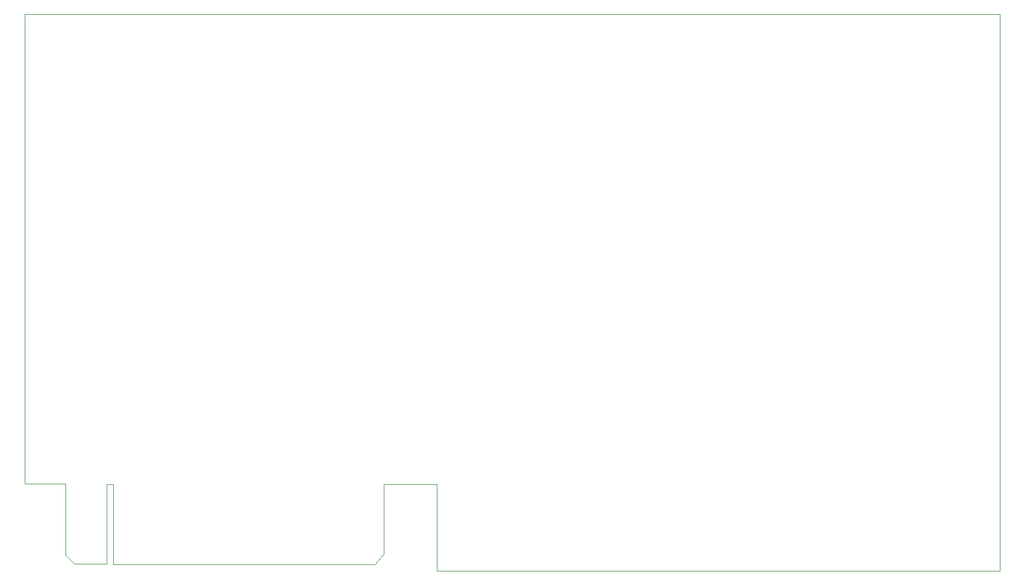
<source format=gbr>
%TF.GenerationSoftware,KiCad,Pcbnew,7.0.9*%
%TF.CreationDate,2024-01-11T00:16:29-03:00*%
%TF.ProjectId,HB-3600_FDC,48422d33-3630-4305-9f46-44432e6b6963,V1.0.0*%
%TF.SameCoordinates,Original*%
%TF.FileFunction,Profile,NP*%
%FSLAX46Y46*%
G04 Gerber Fmt 4.6, Leading zero omitted, Abs format (unit mm)*
G04 Created by KiCad (PCBNEW 7.0.9) date 2024-01-11 00:16:29*
%MOMM*%
%LPD*%
G01*
G04 APERTURE LIST*
%TA.AperFunction,Profile*%
%ADD10C,0.100000*%
%TD*%
G04 APERTURE END LIST*
D10*
X75000000Y-55000000D02*
X215000000Y-55000000D01*
X86791800Y-133985000D02*
X82130000Y-133985000D01*
X126530000Y-122555000D02*
X134150000Y-122555000D01*
X87706200Y-134080000D02*
X125290000Y-134080000D01*
X75000000Y-122500000D02*
X75000000Y-55000000D01*
X126530000Y-132570000D02*
X126530000Y-122555000D01*
X86791800Y-122580400D02*
X86791800Y-133985000D01*
X87706200Y-134080000D02*
X87706200Y-122580400D01*
X215000000Y-55000000D02*
X215000000Y-135000000D01*
X87706200Y-122580400D02*
X86791800Y-122580400D01*
X125290000Y-134080000D02*
X126530000Y-132570000D01*
X80860000Y-132717500D02*
X82130000Y-133985000D01*
X215000000Y-135000000D02*
X134150000Y-135000000D01*
X134150000Y-122555000D02*
X134150000Y-135000000D01*
X75000000Y-122500000D02*
X80860000Y-122502500D01*
X80860000Y-122502500D02*
X80860000Y-132717500D01*
M02*

</source>
